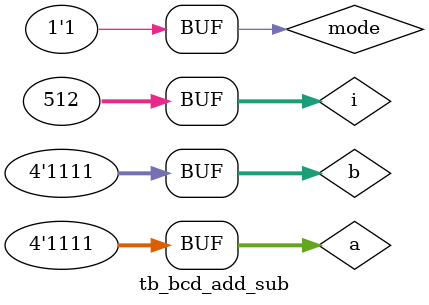
<source format=v>
module tb_bcd_add_sub;
reg [3:0]a,b;
reg mode;
wire [3:0]sum;
wire cout;
integer i;

bcd_add_sub dut(a,b,mode,sum,cout);

initial
begin
for(i=0;i<512;i=i+1)
begin
{mode,a,b}=i;
#10;
end end

endmodule
</source>
